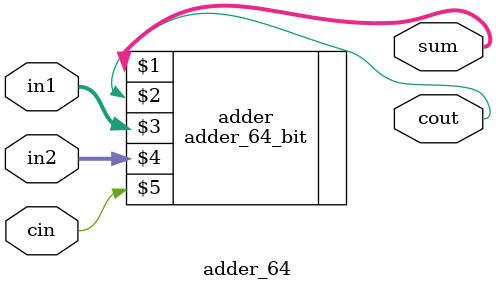
<source format=v>
module adder_64(output [63:0] sum,
                      output cout,
                      input [63:0] in1, in2,
                      input cin);
    wire [63:0] sum;
    wire cout;
    wire [63:0] in1;
    wire [63:0] in2;
    wire cin;
    
    // Create a 64 bit adder
    adder_64_bit adder(sum, cout, in1, in2, cin);
    
endmodule
</source>
